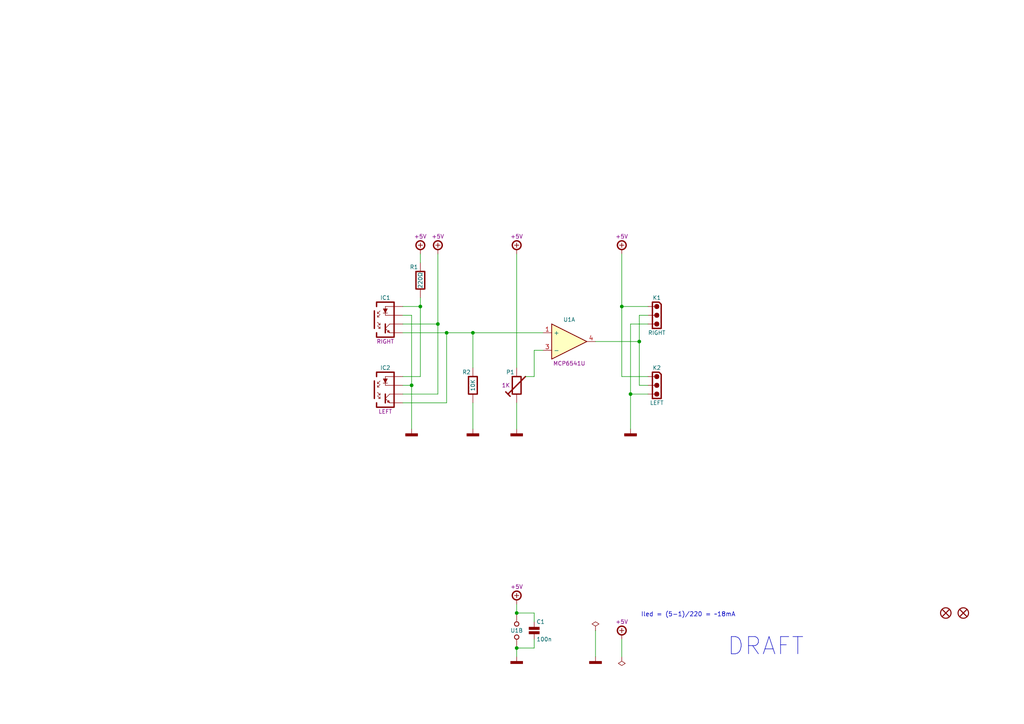
<source format=kicad_sch>
(kicad_sch (version 20211123) (generator eeschema)
  (paper "A4")
  (title_block (title "TBOT - IR Wheel") (date "01/2022") (rev "A"))
  (lib_symbols
    (symbol "tronixio:BOURNS-TC33X-1K" (pin_numbers hide) (pin_names (offset 0) hide)
      (property "Reference" "P" (at 1.27 3.81 0))
      (property "Name" "1K" (at 2.54 0 0))
      (symbol "BOURNS-TC33X-1K_0_1"
        (rectangle (start -1.27 -2.54) (end 1.27 2.54) (stroke (width 0.4)))
        (polyline (pts (xy -3.175 1.905) (xy -1.905 3.175)) (stroke (width 0.4)))
        (polyline (pts (xy 2.54 -2.54) (xy -2.54 2.54)) (stroke (width 0.4)))
      )
      (symbol "BOURNS-TC33X-1K_1_1"
        (pin passive line (at 0 -5.08 90) (length 2.54) (name "~") (number "1"))
        (pin passive line (at 2.54 -2.54 180) (length 0) (name "~") (number "2"))
        (pin passive line (at 0 5.08 270) (length 2.54) (name "~") (number "3"))
      )
    )
    (symbol "tronixio:C-1206" (pin_numbers hide) (pin_names (offset 0) hide)
      (property "Reference" "C" (at 0.635 2.54 0))
      (property "Value" "C-1206" (at 0.635 -2.54 0))
      (symbol "C-1206_0_1"
        (rectangle (start -1.524 -0.254) (end 1.524 -1.016) (stroke (width 0.001)) (fill (type outline)))
        (rectangle (start -1.524 1.016) (end 1.524 0.254) (stroke (width 0.001)) (fill (type outline)))
      )
      (symbol "C-1206_1_1"
        (pin passive line (at 0 2.54 270) (length 1.905) (name "~") (number "1"))
        (pin passive line (at 0 -2.54 90) (length 1.905) (name "~") (number "2"))
      )
    )
    (symbol "tronixio:MICROCHIP-MCP6541-SOT-23" (pin_names (offset 0.5))
      (property "Reference" "U" (at 0 5.08 0))
      (property "Name" "MCP6541U" (at 0 -7.62 0))
      (symbol "MICROCHIP-MCP6541-SOT-23_1_1"
        (polyline (pts (xy -5.08 5.08) (xy 5.08 0) (xy -5.08 -5.08) (xy -5.08 5.08)) (stroke (width 0.254)) (fill (type background)))
        (pin input line (at -7.62 2.54 0) (length 2.54) (name "+") (number "1"))
        (pin input line (at -7.62 -2.54 0) (length 2.54) (name "-") (number "3"))
        (pin output line (at 7.62 0 180) (length 2.54) (name "") (number "4"))
      )
      (symbol "MICROCHIP-MCP6541-SOT-23_2_0"
        (pin power_in line (at 0 -5.08 90) (length 2.54) (name "GND") (number "2"))
        (pin power_in line (at 0 5.08 270) (length 2.54) (name "VDD") (number "5"))
      )
      (symbol "MICROCHIP-MCP6541-SOT-23_2_1"
        (circle (center 0 -1.905) (radius 0.635) (stroke (width 0.25)))
        (circle (center 0 1.905) (radius 0.635) (stroke (width 0.25)))
      )
    )
    (symbol "tronixio:MOLEX-MICRO-LATCH-03-RIGHT-ANGLE" (pin_numbers hide) (pin_names (offset 0) hide)
      (property "Reference" "K" (at 0 2.54 0))
      (property "Value" "MOLEX-MICRO-LATCH-03-RIGHT-ANGLE" (at 0 -7.62 0))
      (symbol "MOLEX-MICRO-LATCH-03-RIGHT-ANGLE_0_1"
        (circle (center 0 -5.08) (radius 0.635) (stroke (width 0.2)) (fill (type outline)))
        (circle (center 0 -2.54) (radius 0.635) (stroke (width 0.2)) (fill (type outline)))
        (polyline (pts (xy -1.27 -6.35) (xy 1.27 -6.35) (xy 1.27 0.635) (xy 0.635 1.27) (xy -1.27 1.27) (xy -1.27 -6.35)) (stroke (width 0.4)))
        (circle (center 0 0) (radius 0.635) (stroke (width 0.2)) (fill (type outline)))
      )
      (symbol "MOLEX-MICRO-LATCH-03-RIGHT-ANGLE_1_1"
        (pin passive line (at -2.54 0 0) (length 1.905) (name "1") (number "1"))
        (pin passive line (at -2.54 -2.54 0) (length 1.905) (name "2") (number "2"))
        (pin passive line (at -2.54 -5.08 0) (length 1.905) (name "3") (number "3"))
      )
    )
    (symbol "tronixio:MOUNTING-HOLE-MASK-3MM" (pin_numbers hide) (pin_names (offset 0) hide)
      (symbol "MOUNTING-HOLE-MASK-3MM_0_1"
        (polyline (pts (xy -1.016 -1.016) (xy 1.016 1.016)) (stroke (width 0.3)))
        (polyline (pts (xy 1.016 -1.016) (xy -1.016 1.016)) (stroke (width 0.3)))
        (circle (center 0 0) (radius 1.524) (stroke (width 0.3)))
      )
    )
    (symbol "tronixio:POWER-+5V" (power) (pin_numbers hide) (pin_names (offset 0) hide)
      (property "Name" "+5V" (at 0 5.08 0))
      (symbol "POWER-+5V_0_1"
        (polyline (pts (xy -0.635 2.54) (xy 0.635 2.54)) (stroke (width 0.2)))
        (polyline (pts (xy 0 1.905) (xy 0 3.175)) (stroke (width 0.2)))
        (circle (center 0 2.54) (radius 1.27) (stroke (width 0.4)))
      )
      (symbol "POWER-+5V_1_1"
        (pin power_in line (at 0 0 90) (length 1.27) (name "+5V") (number "1"))
      )
    )
    (symbol "tronixio:POWER-GND" (power) (pin_numbers hide) (pin_names (offset 0) hide)
      (symbol "POWER-GND_0_1"
        (rectangle (start -1.778 -2.032) (end 1.778 -1.27) (stroke (width 0.001)) (fill (type outline)))
      )
      (symbol "POWER-GND_1_1"
        (pin power_in line (at 0 0 270) (length 1.27) (name "GND") (number "1"))
      )
    )
    (symbol "tronixio:PWR_FLAG" (power) (pin_numbers hide) (pin_names (offset 0) hide)
      (symbol "PWR_FLAG_0_0"
        (pin power_out line (at 0 0 90) (length 0) (name "pwr") (number "1"))
      )
      (symbol "PWR_FLAG_0_1"
        (polyline (pts (xy 0 0) (xy 0 1.27) (xy -1.016 1.905) (xy 0 2.54) (xy 1.016 1.905) (xy 0 1.27)))
      )
    )
    (symbol "tronixio:R-1206" (pin_numbers hide) (pin_names (offset 0) hide)
      (property "Reference" "R" (at 2.54 0 90))
      (property "Value" "R-1206" (at 0 0 90))
      (symbol "R-1206_0_1"
        (rectangle (start -1.27 -2.54) (end 1.27 2.54) (stroke (width 0.4)))
      )
      (symbol "R-1206_1_1"
        (pin passive line (at 0 5.08 270) (length 2.54) (name "~") (number "1"))
        (pin passive line (at 0 -5.08 90) (length 2.54) (name "~") (number "2"))
      )
    )
    (symbol "tronixio:TTE-OPB606" (pin_numbers hide) (pin_names (offset 0) hide)
      (property "Reference" "IC" (at 0 6.35 0))
      (property "Name" "OPB606" (at 0 -6.35 0))
      (symbol "TTE-OPB606_0_1"
        (polyline (pts (xy -3.175 2.54) (xy -3.175 -2.54)) (stroke (width 0.4)))
        (polyline (pts (xy -2.286 0.762) (xy -1.524 1.524)) (stroke (width 0.1524)))
        (polyline (pts (xy -2.286 1.778) (xy -1.524 2.54)) (stroke (width 0.1524)))
        (polyline (pts (xy -1.524 -2.54) (xy -2.286 -1.778)) (stroke (width 0.1524)))
        (polyline (pts (xy -1.524 -2.54) (xy -2.032 -2.54)) (stroke (width 0.1524)))
        (polyline (pts (xy -1.524 -2.54) (xy -1.524 -2.032)) (stroke (width 0.1524)))
        (polyline (pts (xy -1.524 -1.524) (xy -1.524 -1.016)) (stroke (width 0.1524)))
        (polyline (pts (xy -0.635 1.905) (xy 0.635 1.905)) (stroke (width 0.1524)))
        (polyline (pts (xy 0 -1.27) (xy 0 -3.81)) (stroke (width 0.4)))
        (polyline (pts (xy 0 1.27) (xy 0 3.81)) (stroke (width 0.1524)))
        (polyline (pts (xy -2.286 -0.762) (xy -1.524 -1.524) (xy -2.032 -1.524)) (stroke (width 0.1524)))
        (polyline (pts (xy -2.286 1.27) (xy -2.286 0.762) (xy -1.778 0.762)) (stroke (width 0.1524)))
        (polyline (pts (xy -2.286 2.286) (xy -2.286 1.778) (xy -1.778 1.778)) (stroke (width 0.1524)))
        (polyline (pts (xy 1.27 -1.27) (xy 0 -2.54) (xy 1.27 -3.81)) (stroke (width 0.1524)))
        (polyline (pts (xy -0.635 3.175) (xy 0.635 3.175) (xy 0 1.905) (xy -0.635 3.175)) (stroke (width 0.001)) (fill (type outline)))
        (polyline (pts (xy 1.27 -3.81) (xy 1.016 -3.048) (xy 0.508 -3.556) (xy 1.27 -3.81)) (stroke (width 0.001)) (fill (type outline)))
        (polyline (pts (xy -2.54 -3.81) (xy -2.54 -5.08) (xy 2.54 -5.08) (xy 2.54 5.08) (xy -2.54 5.08) (xy -2.54 3.81)) (stroke (width 0.4)))
      )
      (symbol "TTE-OPB606_1_1"
        (pin passive line (at 5.08 3.81 180) (length 5.08) (name "ANODE") (number "1"))
        (pin passive line (at 5.08 1.27 180) (length 5.08) (name "CATHODE") (number "2"))
        (pin passive line (at 5.08 -1.27 180) (length 3.81) (name "COLLECTOR") (number "3"))
        (pin passive line (at 5.08 -3.81 180) (length 3.81) (name "EMITTER") (number "4"))
      )
    )
  )
  (junction (at 149.86 187.96))
  (junction (at 121.92 88.9))
  (junction (at 127 93.98))
  (junction (at 119.38 111.76))
  (junction (at 137.16 96.52))
  (junction (at 180.34 88.9))
  (junction (at 129.54 96.52))
  (junction (at 185.42 99.06))
  (junction (at 182.88 114.3))
  (junction (at 149.86 177.8))
  (wire (pts (xy 187.96 91.44) (xy 185.42 91.44)))
  (wire (pts (xy 149.86 187.96) (xy 149.86 190.5)))
  (wire (pts (xy 180.34 109.22) (xy 180.34 88.9)))
  (wire (pts (xy 149.86 116.84) (xy 149.86 124.46)))
  (wire (pts (xy 129.54 96.52) (xy 137.16 96.52)))
  (wire (pts (xy 121.92 73.66) (xy 121.92 76.2)))
  (wire (pts (xy 154.94 185.42) (xy 154.94 187.96)))
  (wire (pts (xy 149.86 177.8) (xy 154.94 177.8)))
  (wire (pts (xy 187.96 109.22) (xy 180.34 109.22)))
  (wire (pts (xy 172.72 182.88) (xy 172.72 190.5)))
  (wire (pts (xy 129.54 116.84) (xy 129.54 96.52)))
  (wire (pts (xy 154.94 101.6) (xy 157.48 101.6)))
  (wire (pts (xy 180.34 185.42) (xy 180.34 190.5)))
  (wire (pts (xy 116.84 88.9) (xy 121.92 88.9)))
  (wire (pts (xy 182.88 93.98) (xy 187.96 93.98)))
  (wire (pts (xy 149.86 187.96) (xy 154.94 187.96)))
  (wire (pts (xy 137.16 96.52) (xy 137.16 106.68)))
  (wire (pts (xy 116.84 109.22) (xy 121.92 109.22)))
  (wire (pts (xy 182.88 114.3) (xy 187.96 114.3)))
  (wire (pts (xy 154.94 180.34) (xy 154.94 177.8)))
  (wire (pts (xy 119.38 91.44) (xy 119.38 111.76)))
  (wire (pts (xy 185.42 111.76) (xy 187.96 111.76)))
  (wire (pts (xy 116.84 91.44) (xy 119.38 91.44)))
  (wire (pts (xy 154.94 101.6) (xy 154.94 109.22)))
  (wire (pts (xy 116.84 93.98) (xy 127 93.98)))
  (wire (pts (xy 149.86 175.26) (xy 149.86 177.8)))
  (wire (pts (xy 121.92 109.22) (xy 121.92 88.9)))
  (wire (pts (xy 137.16 116.84) (xy 137.16 124.46)))
  (wire (pts (xy 137.16 96.52) (xy 157.48 96.52)))
  (wire (pts (xy 182.88 114.3) (xy 182.88 93.98)))
  (wire (pts (xy 121.92 88.9) (xy 121.92 86.36)))
  (wire (pts (xy 185.42 99.06) (xy 185.42 111.76)))
  (wire (pts (xy 185.42 91.44) (xy 185.42 99.06)))
  (wire (pts (xy 127 73.66) (xy 127 93.98)))
  (wire (pts (xy 116.84 111.76) (xy 119.38 111.76)))
  (wire (pts (xy 180.34 88.9) (xy 187.96 88.9)))
  (wire (pts (xy 116.84 114.3) (xy 127 114.3)))
  (wire (pts (xy 119.38 111.76) (xy 119.38 124.46)))
  (wire (pts (xy 116.84 96.52) (xy 129.54 96.52)))
  (wire (pts (xy 116.84 116.84) (xy 129.54 116.84)))
  (wire (pts (xy 172.72 99.06) (xy 185.42 99.06)))
  (wire (pts (xy 149.86 73.66) (xy 149.86 106.68)))
  (wire (pts (xy 182.88 124.46) (xy 182.88 114.3)))
  (wire (pts (xy 180.34 88.9) (xy 180.34 73.66)))
  (wire (pts (xy 127 114.3) (xy 127 93.98)))
  (wire (pts (xy 152.4 109.22) (xy 154.94 109.22)))
  (text "Iled = (5-1)/220 = ~18mA" (at 213.36 179.07 180) (effects (font (size 1.27 1.27)) (justify right bottom)))
  (text "DRAFT" (at 210.82 190.5 0) (effects (font (size 5 5)) (justify left bottom)))
  (symbol (lib_id "tronixio:POWER-+5V") (at 121.92 73.66 0) (unit 1)
    (property "Reference" "#PWR04" (effects hide))
    (property "Value" "POWER-+5V" (effects hide))
    (property "Name" "+5V" (at 121.92 68.58 0) (effects (font (size 1.15 1.15))))
  )
  (symbol (lib_id "tronixio:POWER-GND") (at 149.86 124.46 0) (unit 1)
    (property "Reference" "#PWR08" (effects hide))
    (property "Value" "POWER-GND" (effects hide))
  )
  (symbol (lib_id "tronixio:POWER-+5V") (at 180.34 185.42 0) (unit 1)
    (property "Reference" "#PWR010" (effects hide))
    (property "Value" "POWER-+5V" (effects hide))
    (property "Name" "+5V" (at 180.34 180.34 0) (effects (font (size 1.15 1.15))))
  )
  (symbol (lib_id "tronixio:POWER-+5V") (at 149.86 73.66 0) (unit 1)
    (property "Reference" "#PWR07" (effects hide))
    (property "Value" "POWER-+5V" (effects hide))
    (property "Name" "+5V" (at 149.86 68.58 0) (effects (font (size 1.15 1.15))))
  )
  (symbol (lib_id "tronixio:R-1206") (at 121.92 81.28 180) (unit 1)
    (property "Reference" "R1" (at 121.285 77.47 0) (effects (font (size 1.15 1.15)) (justify left)))
    (property "Value" "220Ω" (at 121.92 81.28 90) (effects (font (size 1.15 1.15))))
    (property "Footprint" "tronixio:RESISTOR-1206" (effects hide))
  )
  (symbol (lib_id "tronixio:POWER-GND") (at 172.72 190.5 0) (unit 1)
    (property "Reference" "#PWR09" (effects hide))
    (property "Value" "POWER-GND" (effects hide))
  )
  (symbol (lib_id "tronixio:POWER-+5V") (at 127 73.66 0) (unit 1)
    (property "Reference" "#PWR05" (effects hide))
    (property "Value" "POWER-+5V" (effects hide))
    (property "Name" "+5V" (at 127 68.58 0) (effects (font (size 1.15 1.15))))
  )
  (symbol (lib_id "tronixio:TTE-OPB606") (at 111.76 92.71 0) (unit 1)
    (property "Reference" "IC1" (at 111.76 86.36 0) (effects (font (size 1.15 1.15))))
    (property "Value" "TTE-OPB606" (effects hide))
    (property "Footprint" "tronixio:zzOPB-606" (effects hide))
    (property "Datasheet" "https://www.ttelectronics.com/products/categories/optoelectronics/optoelectronics/opb606a/" (effects hide))
    (property "Mouser" "828-OPB606" (effects hide))
    (property "Name" "RIGHT" (at 111.76 99.06 0) (effects (font (size 1.15 1.15))))
  )
  (symbol (lib_id "tronixio:BOURNS-TC33X-1K") (at 149.86 111.76 0) (mirror x) (unit 1)
    (property "Reference" "P1" (at 149.225 107.95 0) (effects (font (size 1.15 1.15)) (justify right)))
    (property "Value" "BOURNS-TC33X-1K" (effects hide))
    (property "Footprint" "tronixio:zzzTC33X" (effects hide))
    (property "Datasheet" "https://www.bourns.com/pdfs/TC33.pdf" (effects hide))
    (property "Name" "1K" (at 147.955 111.76 0) (effects (font (size 1.15 1.15)) (justify right)))
    (property "Mouser" "652-TC33X-1-102E" (effects hide))
  )
  (symbol (lib_id "tronixio:MOUNTING-HOLE-MASK-3MM") (at 274.32 177.8 0) (unit 1)
    (property "Reference" "H1" (effects hide))
    (property "Value" "MOUNTING-HOLE-MASK-3MM" (effects hide))
    (property "Footprint" "tronixio:M3-MASK" (effects hide))
  )
  (symbol (lib_id "tronixio:POWER-GND") (at 119.38 124.46 0) (unit 1)
    (property "Reference" "#PWR03" (effects hide))
    (property "Value" "POWER-GND" (effects hide))
  )
  (symbol (lib_id "tronixio:TTE-OPB606") (at 111.76 113.03 0) (unit 1)
    (property "Reference" "IC2" (at 111.76 106.68 0) (effects (font (size 1.15 1.15))))
    (property "Value" "TTE-OPB606" (effects hide))
    (property "Footprint" "tronixio:zzOPB-606" (effects hide))
    (property "Datasheet" "https://www.ttelectronics.com/products/categories/optoelectronics/optoelectronics/opb606a/" (effects hide))
    (property "Mouser" "828-OPB606" (effects hide))
    (property "Name" "LEFT" (at 111.76 119.38 0) (effects (font (size 1.15 1.15))))
  )
  (symbol (lib_id "tronixio:MOLEX-MICRO-LATCH-03-RIGHT-ANGLE") (at 190.5 88.9 0) (unit 1)
    (property "Reference" "K1" (at 190.5 86.36 0) (effects (font (size 1.15 1.15))))
    (property "Value" "RIGHT" (at 190.5 96.52 0) (effects (font (size 1.15 1.15))))
    (property "Footprint" "tronixio:MOLEX-532540370" (effects hide))
    (property "Datasheet" "https://www.molex.com/pdm_docs/sd/532540370_sd.pdf" (effects hide))
    (property "MOUSER" "538-53254-0370" (effects hide))
  )
  (symbol (lib_id "tronixio:POWER-+5V") (at 180.34 73.66 0) (unit 1)
    (property "Reference" "#PWR011" (effects hide))
    (property "Value" "POWER-+5V" (effects hide))
    (property "Name" "+5V" (at 180.34 68.58 0) (effects (font (size 1.15 1.15))))
  )
  (symbol (lib_id "tronixio:POWER-GND") (at 137.16 124.46 0) (unit 1)
    (property "Reference" "#PWR06" (effects hide))
    (property "Value" "POWER-GND" (effects hide))
  )
  (symbol (lib_id "tronixio:MOUNTING-HOLE-MASK-3MM") (at 279.4 177.8 0) (unit 1)
    (property "Reference" "H2" (effects hide))
    (property "Value" "MOUNTING-HOLE-MASK-3MM" (effects hide))
    (property "Footprint" "tronixio:M3-MASK" (effects hide))
  )
  (symbol (lib_id "tronixio:MOLEX-MICRO-LATCH-03-RIGHT-ANGLE") (at 190.5 109.22 0) (unit 1)
    (property "Reference" "K2" (at 190.5 106.68 0) (effects (font (size 1.15 1.15))))
    (property "Value" "LEFT" (at 190.5 116.84 0) (effects (font (size 1.15 1.15))))
    (property "Footprint" "tronixio:MOLEX-532540370" (effects hide))
    (property "Datasheet" "https://www.molex.com/pdm_docs/sd/532540370_sd.pdf" (effects hide))
    (property "MOUSER" "538-53254-0370" (effects hide))
  )
  (symbol (lib_id "tronixio:PWR_FLAG") (at 180.34 190.5 180) (unit 1)
    (property "Reference" "#FLG02" (effects hide))
    (property "Value" "PWR_FLAG" (effects hide))
  )
  (symbol (lib_id "tronixio:POWER-GND") (at 149.86 190.5 0) (unit 1)
    (property "Reference" "#PWR02" (effects hide))
    (property "Value" "POWER-GND" (effects hide))
  )
  (symbol (lib_id "tronixio:PWR_FLAG") (at 172.72 182.88 0) (unit 1)
    (property "Reference" "#FLG01" (effects hide))
    (property "Value" "PWR_FLAG" (effects hide))
  )
  (symbol (lib_id "tronixio:POWER-+5V") (at 149.86 175.26 0) (unit 1)
    (property "Reference" "#PWR01" (effects hide))
    (property "Value" "POWER-+5V" (effects hide))
    (property "Name" "+5V" (at 149.86 170.18 0) (effects (font (size 1.15 1.15))))
  )
  (symbol (lib_id "tronixio:C-1206") (at 154.94 182.88 0) (unit 1)
    (property "Reference" "C1" (at 155.575 180.34 0) (effects (font (size 1.15 1.15)) (justify left)))
    (property "Value" "100n" (at 155.575 185.42 0) (effects (font (size 1.15 1.15)) (justify left)))
    (property "Footprint" "tronixio:CAPACITOR-1206" (effects hide))
  )
  (symbol (lib_id "tronixio:POWER-GND") (at 182.88 124.46 0) (unit 1)
    (property "Reference" "#PWR012" (effects hide))
    (property "Value" "POWER-GND" (effects hide))
  )
  (symbol (lib_id "tronixio:MICROCHIP-MCP6541-SOT-23") (at 149.86 182.88 0) (unit 2)
    (property "Reference" "U1" (at 149.86 182.88 0) (effects (font (size 1.15 1.15))))
    (property "Value" "MICROCHIP-MCP6541-SOT-23" (effects hide))
    (property "Footprint" "tronixio:SOT-23-5" (effects hide))
    (property "Datasheet" "https://www.microchip.com/en-us/product/MCP6541" (effects hide))
    (property "Name" "MCP6541U" (effects hide))
    (property "Mouser" "579-MCP6541UT-E/OT" (effects hide))
  )
  (symbol (lib_id "tronixio:R-1206") (at 137.16 111.76 180) (unit 1)
    (property "Reference" "R2" (at 136.525 107.95 0) (effects (font (size 1.15 1.15)) (justify left)))
    (property "Value" "10K" (at 137.16 111.76 90) (effects (font (size 1.15 1.15))))
    (property "Footprint" "tronixio:RESISTOR-1206" (effects hide))
  )
  (symbol (lib_id "tronixio:MICROCHIP-MCP6541-SOT-23") (at 165.1 99.06 0) (unit 1)
    (property "Reference" "U1" (at 165.1 92.71 0) (effects (font (size 1.15 1.15))))
    (property "Value" "MICROCHIP-MCP6541-SOT-23" (effects hide))
    (property "Footprint" "tronixio:SOT-23-5" (effects hide))
    (property "Datasheet" "https://www.microchip.com/en-us/product/MCP6541" (effects hide))
    (property "Name" "MCP6541U" (at 165.1 105.41 0) (effects (font (size 1.15 1.15))))
    (property "Mouser" "579-MCP6541UT-E/OT" (effects hide))
  )
)
</source>
